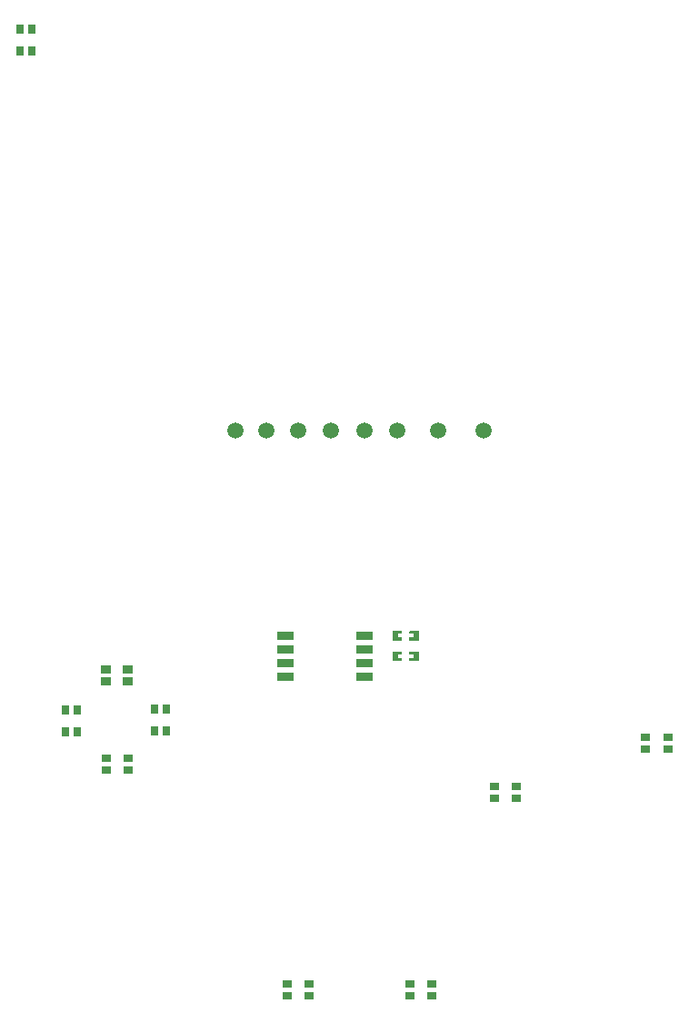
<source format=gtp>
G04 Layer: TopPasteMaskLayer*
G04 EasyEDA v6.4.25, 2021-10-22T16:38:50--7:00*
G04 a8c8939794724f679426a10ff434762e,1286d1f709c949e68cfeef46812bcf49,10*
G04 Gerber Generator version 0.2*
G04 Scale: 100 percent, Rotated: No, Reflected: No *
G04 Dimensions in millimeters *
G04 leading zeros omitted , absolute positions ,4 integer and 5 decimal *
%FSLAX45Y45*%
%MOMM*%

%ADD16C,1.5000*%
%ADD18R,0.9000X0.7000*%
%ADD19R,0.7000X0.9000*%

%LPD*%
G36*
X2160422Y3537508D02*
G01*
X2155393Y3532479D01*
X2155393Y3509721D01*
X2192375Y3509721D01*
X2192375Y3476701D01*
X2155393Y3476701D01*
X2155393Y3452520D01*
X2160422Y3447491D01*
X2240381Y3447491D01*
X2245410Y3452520D01*
X2245410Y3532479D01*
X2240381Y3537508D01*
G37*
G36*
X2001418Y3537508D02*
G01*
X1996389Y3532479D01*
X1996389Y3452520D01*
X2001418Y3447491D01*
X2080412Y3447491D01*
X2085390Y3452520D01*
X2085390Y3476701D01*
X2047392Y3476701D01*
X2047392Y3509721D01*
X2085390Y3509721D01*
X2085390Y3532479D01*
X2080412Y3537508D01*
G37*
G36*
X2160422Y3347008D02*
G01*
X2155393Y3341979D01*
X2155393Y3319221D01*
X2192375Y3319221D01*
X2192375Y3286201D01*
X2155393Y3286201D01*
X2155393Y3262020D01*
X2160422Y3256991D01*
X2240381Y3256991D01*
X2245410Y3262020D01*
X2245410Y3341979D01*
X2240381Y3347008D01*
G37*
G36*
X2001418Y3347008D02*
G01*
X1996389Y3341979D01*
X1996389Y3262020D01*
X2001418Y3256991D01*
X2080412Y3256991D01*
X2085390Y3262020D01*
X2085390Y3286201D01*
X2047392Y3286201D01*
X2047392Y3319221D01*
X2085390Y3319221D01*
X2085390Y3341979D01*
X2080412Y3347008D01*
G37*
D16*
G01*
X2425700Y5397500D03*
G01*
X2844800Y5397500D03*
G01*
X533400Y5397500D03*
G01*
X825500Y5397500D03*
G01*
X1117600Y5397500D03*
G01*
X1422400Y5397500D03*
G01*
X1739900Y5397500D03*
G01*
X2044700Y5397500D03*
D18*
G01*
X4355998Y2547975D03*
G01*
X4355998Y2437993D03*
G01*
X4559985Y2437993D03*
G01*
X4559985Y2547975D03*
G01*
X2945002Y2092985D03*
G01*
X3148990Y1983003D03*
G01*
X3148990Y2092985D03*
G01*
X2945002Y1983003D03*
G01*
X2162987Y252984D03*
G01*
X2162987Y143002D03*
G01*
X2367000Y143002D03*
G01*
X2367000Y252984D03*
G01*
X1018997Y254000D03*
G01*
X1018997Y143992D03*
G01*
X1223010Y144018D03*
G01*
X1223010Y254000D03*
D19*
G01*
X-220979Y2605989D03*
G01*
X-110997Y2605989D03*
G01*
X-110997Y2810002D03*
G01*
X-220979Y2810002D03*
D18*
G01*
X-672007Y2355977D03*
G01*
X-672007Y2245995D03*
G01*
X-467995Y2245995D03*
G01*
X-467995Y2355977D03*
D19*
G01*
X-943000Y2803982D03*
G01*
X-1053007Y2803982D03*
G01*
X-1052982Y2599994D03*
G01*
X-943000Y2599994D03*
G36*
X-512998Y3104001D02*
G01*
X-422998Y3104001D01*
X-422998Y3034002D01*
X-512998Y3034002D01*
G37*
G36*
X-513001Y3213994D02*
G01*
X-422998Y3213994D01*
X-422998Y3143994D01*
X-513001Y3143994D01*
G37*
G36*
X-716998Y3213983D02*
G01*
X-626998Y3213983D01*
X-626998Y3143984D01*
X-716998Y3143984D01*
G37*
G36*
X-716998Y3104001D02*
G01*
X-626998Y3104001D01*
X-626998Y3034002D01*
X-716998Y3034002D01*
G37*
G01*
X-1470990Y8933992D03*
G01*
X-1361008Y8933992D03*
G01*
X-1361008Y9137980D03*
G01*
X-1470990Y9137980D03*
G36*
X1663700Y3073400D02*
G01*
X1663700Y3149600D01*
X1816100Y3149600D01*
X1816100Y3073400D01*
G37*
G36*
X1663700Y3200400D02*
G01*
X1663700Y3276600D01*
X1816100Y3276600D01*
X1816100Y3200400D01*
G37*
G36*
X1663700Y3327400D02*
G01*
X1663700Y3403600D01*
X1816100Y3403600D01*
X1816100Y3327400D01*
G37*
G36*
X1663700Y3454400D02*
G01*
X1663700Y3530600D01*
X1816100Y3530600D01*
X1816100Y3454400D01*
G37*
G36*
X1075105Y3530600D02*
G01*
X1075105Y3454400D01*
X922705Y3454400D01*
X922705Y3530600D01*
G37*
G36*
X1075105Y3403600D02*
G01*
X1075105Y3327400D01*
X922705Y3327400D01*
X922705Y3403600D01*
G37*
G36*
X1075105Y3276600D02*
G01*
X1075105Y3200400D01*
X922705Y3200400D01*
X922705Y3276600D01*
G37*
G36*
X1075105Y3149600D02*
G01*
X1075105Y3073400D01*
X922705Y3073400D01*
X922705Y3149600D01*
G37*
M02*

</source>
